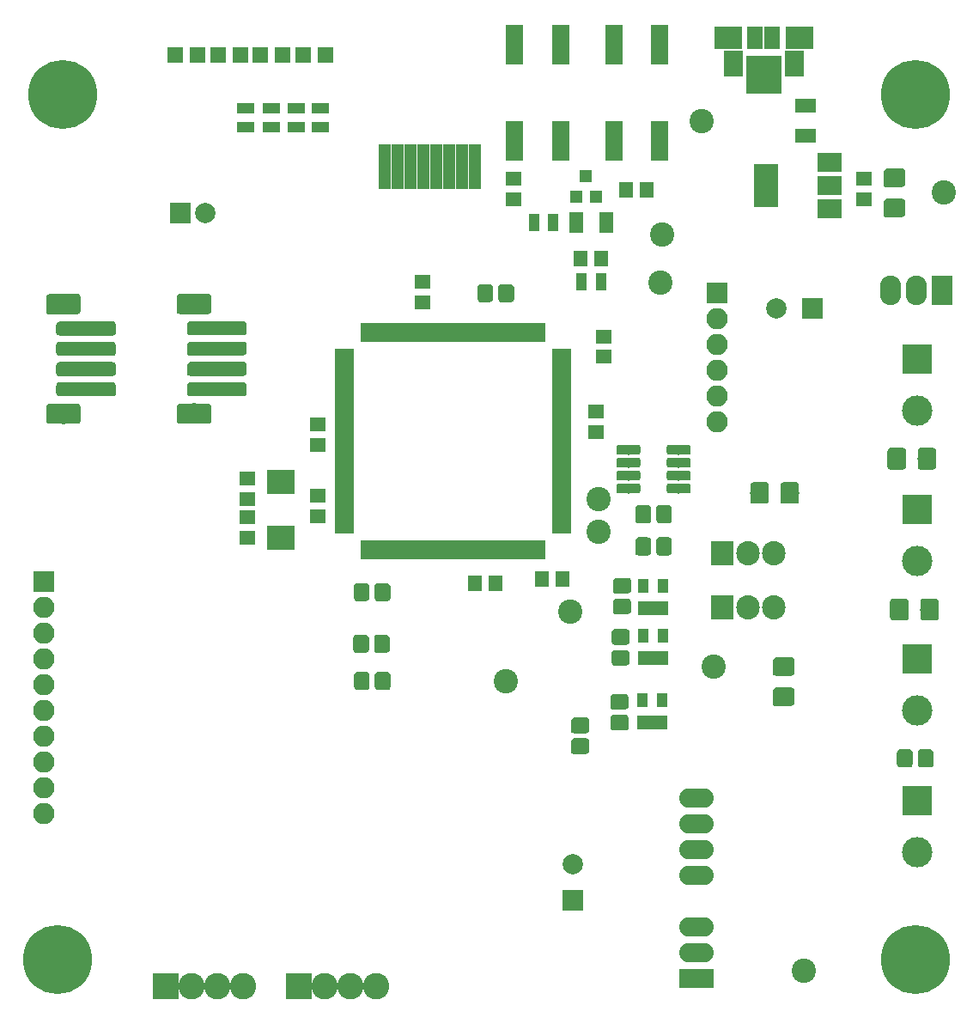
<source format=gbr>
G04 #@! TF.GenerationSoftware,KiCad,Pcbnew,(5.1.0-728-gb5c80fe68)*
G04 #@! TF.CreationDate,2019-05-28T10:59:10+01:00*
G04 #@! TF.ProjectId,garden,67617264-656e-42e6-9b69-6361645f7063,rev?*
G04 #@! TF.SameCoordinates,Original*
G04 #@! TF.FileFunction,Soldermask,Top*
G04 #@! TF.FilePolarity,Negative*
%FSLAX46Y46*%
G04 Gerber Fmt 4.6, Leading zero omitted, Abs format (unit mm)*
G04 Created by KiCad (PCBNEW (5.1.0-728-gb5c80fe68)) date 2019-05-28 10:59:10*
%MOMM*%
%LPD*%
G04 APERTURE LIST*
%ADD10C,2.400000*%
%ADD11C,0.100000*%
%ADD12C,1.825000*%
%ADD13C,2.000000*%
%ADD14R,2.000000X2.000000*%
%ADD15O,2.100000X2.100000*%
%ADD16R,2.100000X2.100000*%
%ADD17C,2.600000*%
%ADD18R,2.600000X2.600000*%
%ADD19C,1.550000*%
%ADD20C,1.400000*%
%ADD21R,1.050000X1.460000*%
%ADD22O,3.400000X1.900000*%
%ADD23R,3.400000X1.900000*%
%ADD24C,3.000000*%
%ADD25R,3.000000X3.000000*%
%ADD26O,2.305000X2.400000*%
%ADD27R,2.305000X2.400000*%
%ADD28C,1.000000*%
%ADD29O,2.100000X2.900000*%
%ADD30R,2.100000X2.900000*%
%ADD31C,6.800000*%
%ADD32R,2.800000X2.400000*%
%ADD33R,1.200000X1.300000*%
%ADD34R,0.700000X1.950000*%
%ADD35R,1.950000X0.700000*%
%ADD36R,1.580000X2.300000*%
%ADD37R,2.780000X2.300000*%
%ADD38R,1.880000X2.500000*%
%ADD39R,0.850000X3.780000*%
%ADD40R,1.200000X4.400000*%
%ADD41R,2.000000X1.400000*%
%ADD42R,1.400000X2.000000*%
%ADD43R,1.100000X1.700000*%
%ADD44R,1.400000X1.650000*%
%ADD45R,1.650000X1.400000*%
%ADD46R,1.800000X3.900000*%
%ADD47R,1.600000X1.600000*%
%ADD48R,1.700000X1.100000*%
%ADD49R,2.400000X1.900000*%
%ADD50R,2.400000X4.200000*%
G04 APERTURE END LIST*
D10*
X107442000Y-114427000D03*
X113792000Y-107569000D03*
X127889000Y-113030000D03*
X126746000Y-59245500D03*
X150558500Y-66294000D03*
X122618500Y-75120500D03*
X122809000Y-70421500D03*
X136779000Y-143002000D03*
X116522500Y-99695000D03*
X116522500Y-96520000D03*
D11*
G36*
X135674831Y-115084809D02*
G01*
X135771129Y-115140407D01*
X135842605Y-115225588D01*
X135885500Y-115385676D01*
X135885500Y-116570324D01*
X135866191Y-116679831D01*
X135810593Y-116776129D01*
X135725412Y-116847605D01*
X135565324Y-116890500D01*
X134055676Y-116890500D01*
X133946169Y-116871191D01*
X133849871Y-116815593D01*
X133778395Y-116730412D01*
X133735500Y-116570324D01*
X133735500Y-115385676D01*
X133754809Y-115276169D01*
X133810407Y-115179871D01*
X133895588Y-115108395D01*
X134055676Y-115065500D01*
X135565324Y-115065500D01*
X135674831Y-115084809D01*
X135674831Y-115084809D01*
G37*
D12*
X134810500Y-115978000D03*
D11*
G36*
X135674831Y-112109809D02*
G01*
X135771129Y-112165407D01*
X135842605Y-112250588D01*
X135885500Y-112410676D01*
X135885500Y-113595324D01*
X135866191Y-113704831D01*
X135810593Y-113801129D01*
X135725412Y-113872605D01*
X135565324Y-113915500D01*
X134055676Y-113915500D01*
X133946169Y-113896191D01*
X133849871Y-113840593D01*
X133778395Y-113755412D01*
X133735500Y-113595324D01*
X133735500Y-112410676D01*
X133754809Y-112301169D01*
X133810407Y-112204871D01*
X133895588Y-112133395D01*
X134055676Y-112090500D01*
X135565324Y-112090500D01*
X135674831Y-112109809D01*
X135674831Y-112109809D01*
G37*
D12*
X134810500Y-113003000D03*
D11*
G36*
X136110831Y-94829309D02*
G01*
X136207129Y-94884907D01*
X136278605Y-94970088D01*
X136321500Y-95130176D01*
X136321500Y-96639824D01*
X136302191Y-96749331D01*
X136246593Y-96845629D01*
X136161412Y-96917105D01*
X136001324Y-96960000D01*
X134816676Y-96960000D01*
X134707169Y-96940691D01*
X134610871Y-96885093D01*
X134539395Y-96799912D01*
X134496500Y-96639824D01*
X134496500Y-95130176D01*
X134515809Y-95020669D01*
X134571407Y-94924371D01*
X134656588Y-94852895D01*
X134816676Y-94810000D01*
X136001324Y-94810000D01*
X136110831Y-94829309D01*
X136110831Y-94829309D01*
G37*
D12*
X135409000Y-95885000D03*
D11*
G36*
X133135831Y-94829309D02*
G01*
X133232129Y-94884907D01*
X133303605Y-94970088D01*
X133346500Y-95130176D01*
X133346500Y-96639824D01*
X133327191Y-96749331D01*
X133271593Y-96845629D01*
X133186412Y-96917105D01*
X133026324Y-96960000D01*
X131841676Y-96960000D01*
X131732169Y-96940691D01*
X131635871Y-96885093D01*
X131564395Y-96799912D01*
X131521500Y-96639824D01*
X131521500Y-95130176D01*
X131540809Y-95020669D01*
X131596407Y-94924371D01*
X131681588Y-94852895D01*
X131841676Y-94810000D01*
X133026324Y-94810000D01*
X133135831Y-94829309D01*
X133135831Y-94829309D01*
G37*
D12*
X132434000Y-95885000D03*
D13*
X77811000Y-68326000D03*
D14*
X75311000Y-68326000D03*
D13*
X114046000Y-132517000D03*
D14*
X114046000Y-136017000D03*
D13*
X134104500Y-77660500D03*
D14*
X137604500Y-77660500D03*
D15*
X61849000Y-127444500D03*
X61849000Y-124904500D03*
X61849000Y-122364500D03*
X61849000Y-119824500D03*
X61849000Y-117284500D03*
X61849000Y-114744500D03*
X61849000Y-112204500D03*
X61849000Y-109664500D03*
X61849000Y-107124500D03*
D16*
X61849000Y-104584500D03*
D17*
X94615000Y-144526000D03*
X92075000Y-144526000D03*
X89535000Y-144526000D03*
D18*
X86995000Y-144526000D03*
D11*
G36*
X95812290Y-113547321D02*
G01*
X95913635Y-113605833D01*
X95988856Y-113695478D01*
X96034000Y-113863956D01*
X96034000Y-114990044D01*
X96013679Y-115105290D01*
X95955167Y-115206635D01*
X95865522Y-115281856D01*
X95697044Y-115327000D01*
X94820956Y-115327000D01*
X94705710Y-115306679D01*
X94604365Y-115248167D01*
X94529144Y-115158522D01*
X94484000Y-114990044D01*
X94484000Y-113863956D01*
X94504321Y-113748710D01*
X94562833Y-113647365D01*
X94652478Y-113572144D01*
X94820956Y-113527000D01*
X95697044Y-113527000D01*
X95812290Y-113547321D01*
X95812290Y-113547321D01*
G37*
D19*
X95259000Y-114427000D03*
D11*
G36*
X93762290Y-113547321D02*
G01*
X93863635Y-113605833D01*
X93938856Y-113695478D01*
X93984000Y-113863956D01*
X93984000Y-114990044D01*
X93963679Y-115105290D01*
X93905167Y-115206635D01*
X93815522Y-115281856D01*
X93647044Y-115327000D01*
X92770956Y-115327000D01*
X92655710Y-115306679D01*
X92554365Y-115248167D01*
X92479144Y-115158522D01*
X92434000Y-114990044D01*
X92434000Y-113863956D01*
X92454321Y-113748710D01*
X92512833Y-113647365D01*
X92602478Y-113572144D01*
X92770956Y-113527000D01*
X93647044Y-113527000D01*
X93762290Y-113547321D01*
X93762290Y-113547321D01*
G37*
D19*
X93209000Y-114427000D03*
D11*
G36*
X95748790Y-109864321D02*
G01*
X95850135Y-109922833D01*
X95925356Y-110012478D01*
X95970500Y-110180956D01*
X95970500Y-111307044D01*
X95950179Y-111422290D01*
X95891667Y-111523635D01*
X95802022Y-111598856D01*
X95633544Y-111644000D01*
X94757456Y-111644000D01*
X94642210Y-111623679D01*
X94540865Y-111565167D01*
X94465644Y-111475522D01*
X94420500Y-111307044D01*
X94420500Y-110180956D01*
X94440821Y-110065710D01*
X94499333Y-109964365D01*
X94588978Y-109889144D01*
X94757456Y-109844000D01*
X95633544Y-109844000D01*
X95748790Y-109864321D01*
X95748790Y-109864321D01*
G37*
D19*
X95195500Y-110744000D03*
D11*
G36*
X93698790Y-109864321D02*
G01*
X93800135Y-109922833D01*
X93875356Y-110012478D01*
X93920500Y-110180956D01*
X93920500Y-111307044D01*
X93900179Y-111422290D01*
X93841667Y-111523635D01*
X93752022Y-111598856D01*
X93583544Y-111644000D01*
X92707456Y-111644000D01*
X92592210Y-111623679D01*
X92490865Y-111565167D01*
X92415644Y-111475522D01*
X92370500Y-111307044D01*
X92370500Y-110180956D01*
X92390821Y-110065710D01*
X92449333Y-109964365D01*
X92538978Y-109889144D01*
X92707456Y-109844000D01*
X93583544Y-109844000D01*
X93698790Y-109864321D01*
X93698790Y-109864321D01*
G37*
D19*
X93145500Y-110744000D03*
D17*
X81534000Y-144526000D03*
X78994000Y-144526000D03*
X76454000Y-144526000D03*
D18*
X73914000Y-144526000D03*
D11*
G36*
X65282388Y-76298102D02*
G01*
X65380030Y-76358560D01*
X65449239Y-76450207D01*
X65482000Y-76589500D01*
X65482000Y-77964500D01*
X65460898Y-78077388D01*
X65400440Y-78175030D01*
X65308793Y-78244239D01*
X65169500Y-78277000D01*
X62394500Y-78277000D01*
X62281612Y-78255898D01*
X62183970Y-78195440D01*
X62114761Y-78103793D01*
X62082000Y-77964500D01*
X62082000Y-76589500D01*
X62103102Y-76476612D01*
X62163560Y-76378970D01*
X62255207Y-76309761D01*
X62394500Y-76277000D01*
X65169500Y-76277000D01*
X65282388Y-76298102D01*
X65282388Y-76298102D01*
G37*
D13*
X63782000Y-77277000D03*
D11*
G36*
X65282388Y-87098102D02*
G01*
X65380030Y-87158560D01*
X65449239Y-87250207D01*
X65482000Y-87389500D01*
X65482000Y-88764500D01*
X65460898Y-88877388D01*
X65400440Y-88975030D01*
X65308793Y-89044239D01*
X65169500Y-89077000D01*
X62394500Y-89077000D01*
X62281612Y-89055898D01*
X62183970Y-88995440D01*
X62114761Y-88903793D01*
X62082000Y-88764500D01*
X62082000Y-87389500D01*
X62103102Y-87276612D01*
X62163560Y-87178970D01*
X62255207Y-87109761D01*
X62394500Y-87077000D01*
X65169500Y-87077000D01*
X65282388Y-87098102D01*
X65282388Y-87098102D01*
G37*
D13*
X63782000Y-88077000D03*
D11*
G36*
X68751707Y-78998108D02*
G01*
X68856976Y-79058884D01*
X68935109Y-79152000D01*
X68982000Y-79327000D01*
X68982000Y-80027000D01*
X68960892Y-80146707D01*
X68900116Y-80251976D01*
X68807000Y-80330109D01*
X68632000Y-80377000D01*
X63432000Y-80377000D01*
X63312293Y-80355892D01*
X63207024Y-80295116D01*
X63128891Y-80202000D01*
X63082000Y-80027000D01*
X63082000Y-79327000D01*
X63103108Y-79207293D01*
X63163884Y-79102024D01*
X63257000Y-79023891D01*
X63432000Y-78977000D01*
X68632000Y-78977000D01*
X68751707Y-78998108D01*
X68751707Y-78998108D01*
G37*
D20*
X66032000Y-79677000D03*
D11*
G36*
X68751707Y-80998108D02*
G01*
X68856976Y-81058884D01*
X68935109Y-81152000D01*
X68982000Y-81327000D01*
X68982000Y-82027000D01*
X68960892Y-82146707D01*
X68900116Y-82251976D01*
X68807000Y-82330109D01*
X68632000Y-82377000D01*
X63432000Y-82377000D01*
X63312293Y-82355892D01*
X63207024Y-82295116D01*
X63128891Y-82202000D01*
X63082000Y-82027000D01*
X63082000Y-81327000D01*
X63103108Y-81207293D01*
X63163884Y-81102024D01*
X63257000Y-81023891D01*
X63432000Y-80977000D01*
X68632000Y-80977000D01*
X68751707Y-80998108D01*
X68751707Y-80998108D01*
G37*
D20*
X66032000Y-81677000D03*
D11*
G36*
X68751707Y-82998108D02*
G01*
X68856976Y-83058884D01*
X68935109Y-83152000D01*
X68982000Y-83327000D01*
X68982000Y-84027000D01*
X68960892Y-84146707D01*
X68900116Y-84251976D01*
X68807000Y-84330109D01*
X68632000Y-84377000D01*
X63432000Y-84377000D01*
X63312293Y-84355892D01*
X63207024Y-84295116D01*
X63128891Y-84202000D01*
X63082000Y-84027000D01*
X63082000Y-83327000D01*
X63103108Y-83207293D01*
X63163884Y-83102024D01*
X63257000Y-83023891D01*
X63432000Y-82977000D01*
X68632000Y-82977000D01*
X68751707Y-82998108D01*
X68751707Y-82998108D01*
G37*
D20*
X66032000Y-83677000D03*
D11*
G36*
X68751707Y-84998108D02*
G01*
X68856976Y-85058884D01*
X68935109Y-85152000D01*
X68982000Y-85327000D01*
X68982000Y-86027000D01*
X68960892Y-86146707D01*
X68900116Y-86251976D01*
X68807000Y-86330109D01*
X68632000Y-86377000D01*
X63432000Y-86377000D01*
X63312293Y-86355892D01*
X63207024Y-86295116D01*
X63128891Y-86202000D01*
X63082000Y-86027000D01*
X63082000Y-85327000D01*
X63103108Y-85207293D01*
X63163884Y-85102024D01*
X63257000Y-85023891D01*
X63432000Y-84977000D01*
X68632000Y-84977000D01*
X68751707Y-84998108D01*
X68751707Y-84998108D01*
G37*
D20*
X66032000Y-85677000D03*
D11*
G36*
X78180888Y-76282602D02*
G01*
X78278530Y-76343060D01*
X78347739Y-76434707D01*
X78380500Y-76574000D01*
X78380500Y-77949000D01*
X78359398Y-78061888D01*
X78298940Y-78159530D01*
X78207293Y-78228739D01*
X78068000Y-78261500D01*
X75293000Y-78261500D01*
X75180112Y-78240398D01*
X75082470Y-78179940D01*
X75013261Y-78088293D01*
X74980500Y-77949000D01*
X74980500Y-76574000D01*
X75001602Y-76461112D01*
X75062060Y-76363470D01*
X75153707Y-76294261D01*
X75293000Y-76261500D01*
X78068000Y-76261500D01*
X78180888Y-76282602D01*
X78180888Y-76282602D01*
G37*
D13*
X76680500Y-77261500D03*
D11*
G36*
X78180888Y-87082602D02*
G01*
X78278530Y-87143060D01*
X78347739Y-87234707D01*
X78380500Y-87374000D01*
X78380500Y-88749000D01*
X78359398Y-88861888D01*
X78298940Y-88959530D01*
X78207293Y-89028739D01*
X78068000Y-89061500D01*
X75293000Y-89061500D01*
X75180112Y-89040398D01*
X75082470Y-88979940D01*
X75013261Y-88888293D01*
X74980500Y-88749000D01*
X74980500Y-87374000D01*
X75001602Y-87261112D01*
X75062060Y-87163470D01*
X75153707Y-87094261D01*
X75293000Y-87061500D01*
X78068000Y-87061500D01*
X78180888Y-87082602D01*
X78180888Y-87082602D01*
G37*
D13*
X76680500Y-88061500D03*
D11*
G36*
X81650207Y-78982608D02*
G01*
X81755476Y-79043384D01*
X81833609Y-79136500D01*
X81880500Y-79311500D01*
X81880500Y-80011500D01*
X81859392Y-80131207D01*
X81798616Y-80236476D01*
X81705500Y-80314609D01*
X81530500Y-80361500D01*
X76330500Y-80361500D01*
X76210793Y-80340392D01*
X76105524Y-80279616D01*
X76027391Y-80186500D01*
X75980500Y-80011500D01*
X75980500Y-79311500D01*
X76001608Y-79191793D01*
X76062384Y-79086524D01*
X76155500Y-79008391D01*
X76330500Y-78961500D01*
X81530500Y-78961500D01*
X81650207Y-78982608D01*
X81650207Y-78982608D01*
G37*
D20*
X78930500Y-79661500D03*
D11*
G36*
X81650207Y-80982608D02*
G01*
X81755476Y-81043384D01*
X81833609Y-81136500D01*
X81880500Y-81311500D01*
X81880500Y-82011500D01*
X81859392Y-82131207D01*
X81798616Y-82236476D01*
X81705500Y-82314609D01*
X81530500Y-82361500D01*
X76330500Y-82361500D01*
X76210793Y-82340392D01*
X76105524Y-82279616D01*
X76027391Y-82186500D01*
X75980500Y-82011500D01*
X75980500Y-81311500D01*
X76001608Y-81191793D01*
X76062384Y-81086524D01*
X76155500Y-81008391D01*
X76330500Y-80961500D01*
X81530500Y-80961500D01*
X81650207Y-80982608D01*
X81650207Y-80982608D01*
G37*
D20*
X78930500Y-81661500D03*
D11*
G36*
X81650207Y-82982608D02*
G01*
X81755476Y-83043384D01*
X81833609Y-83136500D01*
X81880500Y-83311500D01*
X81880500Y-84011500D01*
X81859392Y-84131207D01*
X81798616Y-84236476D01*
X81705500Y-84314609D01*
X81530500Y-84361500D01*
X76330500Y-84361500D01*
X76210793Y-84340392D01*
X76105524Y-84279616D01*
X76027391Y-84186500D01*
X75980500Y-84011500D01*
X75980500Y-83311500D01*
X76001608Y-83191793D01*
X76062384Y-83086524D01*
X76155500Y-83008391D01*
X76330500Y-82961500D01*
X81530500Y-82961500D01*
X81650207Y-82982608D01*
X81650207Y-82982608D01*
G37*
D20*
X78930500Y-83661500D03*
D11*
G36*
X81650207Y-84982608D02*
G01*
X81755476Y-85043384D01*
X81833609Y-85136500D01*
X81880500Y-85311500D01*
X81880500Y-86011500D01*
X81859392Y-86131207D01*
X81798616Y-86236476D01*
X81705500Y-86314609D01*
X81530500Y-86361500D01*
X76330500Y-86361500D01*
X76210793Y-86340392D01*
X76105524Y-86279616D01*
X76027391Y-86186500D01*
X75980500Y-86011500D01*
X75980500Y-85311500D01*
X76001608Y-85191793D01*
X76062384Y-85086524D01*
X76155500Y-85008391D01*
X76330500Y-84961500D01*
X81530500Y-84961500D01*
X81650207Y-84982608D01*
X81650207Y-84982608D01*
G37*
D20*
X78930500Y-85661500D03*
D21*
X120909000Y-116332000D03*
X122809000Y-116332000D03*
X122809000Y-118532000D03*
X121859000Y-118532000D03*
X120909000Y-118532000D03*
D22*
X126174500Y-125920500D03*
X126174500Y-128460500D03*
X126174500Y-138620500D03*
X126174500Y-131000500D03*
X126174500Y-133540500D03*
X126174500Y-141160500D03*
D23*
X126174500Y-143700500D03*
D11*
G36*
X147292790Y-121167321D02*
G01*
X147394135Y-121225833D01*
X147469356Y-121315478D01*
X147514500Y-121483956D01*
X147514500Y-122610044D01*
X147494179Y-122725290D01*
X147435667Y-122826635D01*
X147346022Y-122901856D01*
X147177544Y-122947000D01*
X146301456Y-122947000D01*
X146186210Y-122926679D01*
X146084865Y-122868167D01*
X146009644Y-122778522D01*
X145964500Y-122610044D01*
X145964500Y-121483956D01*
X145984821Y-121368710D01*
X146043333Y-121267365D01*
X146132978Y-121192144D01*
X146301456Y-121147000D01*
X147177544Y-121147000D01*
X147292790Y-121167321D01*
X147292790Y-121167321D01*
G37*
D19*
X146739500Y-122047000D03*
D11*
G36*
X149342790Y-121167321D02*
G01*
X149444135Y-121225833D01*
X149519356Y-121315478D01*
X149564500Y-121483956D01*
X149564500Y-122610044D01*
X149544179Y-122725290D01*
X149485667Y-122826635D01*
X149396022Y-122901856D01*
X149227544Y-122947000D01*
X148351456Y-122947000D01*
X148236210Y-122926679D01*
X148134865Y-122868167D01*
X148059644Y-122778522D01*
X148014500Y-122610044D01*
X148014500Y-121483956D01*
X148034821Y-121368710D01*
X148093333Y-121267365D01*
X148182978Y-121192144D01*
X148351456Y-121147000D01*
X149227544Y-121147000D01*
X149342790Y-121167321D01*
X149342790Y-121167321D01*
G37*
D19*
X148789500Y-122047000D03*
D11*
G36*
X115422790Y-118044821D02*
G01*
X115524135Y-118103333D01*
X115599356Y-118192978D01*
X115644500Y-118361456D01*
X115644500Y-119237544D01*
X115624179Y-119352790D01*
X115565667Y-119454135D01*
X115476022Y-119529356D01*
X115307544Y-119574500D01*
X114181456Y-119574500D01*
X114066210Y-119554179D01*
X113964865Y-119495667D01*
X113889644Y-119406022D01*
X113844500Y-119237544D01*
X113844500Y-118361456D01*
X113864821Y-118246210D01*
X113923333Y-118144865D01*
X114012978Y-118069644D01*
X114181456Y-118024500D01*
X115307544Y-118024500D01*
X115422790Y-118044821D01*
X115422790Y-118044821D01*
G37*
D19*
X114744500Y-118799500D03*
D11*
G36*
X115422790Y-120094821D02*
G01*
X115524135Y-120153333D01*
X115599356Y-120242978D01*
X115644500Y-120411456D01*
X115644500Y-121287544D01*
X115624179Y-121402790D01*
X115565667Y-121504135D01*
X115476022Y-121579356D01*
X115307544Y-121624500D01*
X114181456Y-121624500D01*
X114066210Y-121604179D01*
X113964865Y-121545667D01*
X113889644Y-121456022D01*
X113844500Y-121287544D01*
X113844500Y-120411456D01*
X113864821Y-120296210D01*
X113923333Y-120194865D01*
X114012978Y-120119644D01*
X114181456Y-120074500D01*
X115307544Y-120074500D01*
X115422790Y-120094821D01*
X115422790Y-120094821D01*
G37*
D19*
X114744500Y-120849500D03*
D24*
X147955000Y-131318000D03*
D25*
X147955000Y-126238000D03*
D11*
G36*
X119296290Y-117754321D02*
G01*
X119397635Y-117812833D01*
X119472856Y-117902478D01*
X119518000Y-118070956D01*
X119518000Y-118947044D01*
X119497679Y-119062290D01*
X119439167Y-119163635D01*
X119349522Y-119238856D01*
X119181044Y-119284000D01*
X118054956Y-119284000D01*
X117939710Y-119263679D01*
X117838365Y-119205167D01*
X117763144Y-119115522D01*
X117718000Y-118947044D01*
X117718000Y-118070956D01*
X117738321Y-117955710D01*
X117796833Y-117854365D01*
X117886478Y-117779144D01*
X118054956Y-117734000D01*
X119181044Y-117734000D01*
X119296290Y-117754321D01*
X119296290Y-117754321D01*
G37*
D19*
X118618000Y-118509000D03*
D11*
G36*
X119296290Y-115704321D02*
G01*
X119397635Y-115762833D01*
X119472856Y-115852478D01*
X119518000Y-116020956D01*
X119518000Y-116897044D01*
X119497679Y-117012290D01*
X119439167Y-117113635D01*
X119349522Y-117188856D01*
X119181044Y-117234000D01*
X118054956Y-117234000D01*
X117939710Y-117213679D01*
X117838365Y-117155167D01*
X117763144Y-117065522D01*
X117718000Y-116897044D01*
X117718000Y-116020956D01*
X117738321Y-115905710D01*
X117796833Y-115804365D01*
X117886478Y-115729144D01*
X118054956Y-115684000D01*
X119181044Y-115684000D01*
X119296290Y-115704321D01*
X119296290Y-115704321D01*
G37*
D19*
X118618000Y-116459000D03*
D11*
G36*
X149890331Y-106322809D02*
G01*
X149986629Y-106378407D01*
X150058105Y-106463588D01*
X150101000Y-106623676D01*
X150101000Y-108133324D01*
X150081691Y-108242831D01*
X150026093Y-108339129D01*
X149940912Y-108410605D01*
X149780824Y-108453500D01*
X148596176Y-108453500D01*
X148486669Y-108434191D01*
X148390371Y-108378593D01*
X148318895Y-108293412D01*
X148276000Y-108133324D01*
X148276000Y-106623676D01*
X148295309Y-106514169D01*
X148350907Y-106417871D01*
X148436088Y-106346395D01*
X148596176Y-106303500D01*
X149780824Y-106303500D01*
X149890331Y-106322809D01*
X149890331Y-106322809D01*
G37*
D12*
X149188500Y-107378500D03*
D11*
G36*
X146915331Y-106322809D02*
G01*
X147011629Y-106378407D01*
X147083105Y-106463588D01*
X147126000Y-106623676D01*
X147126000Y-108133324D01*
X147106691Y-108242831D01*
X147051093Y-108339129D01*
X146965912Y-108410605D01*
X146805824Y-108453500D01*
X145621176Y-108453500D01*
X145511669Y-108434191D01*
X145415371Y-108378593D01*
X145343895Y-108293412D01*
X145301000Y-108133324D01*
X145301000Y-106623676D01*
X145320309Y-106514169D01*
X145375907Y-106417871D01*
X145461088Y-106346395D01*
X145621176Y-106303500D01*
X146805824Y-106303500D01*
X146915331Y-106322809D01*
X146915331Y-106322809D01*
G37*
D12*
X146213500Y-107378500D03*
D11*
G36*
X149636331Y-91463809D02*
G01*
X149732629Y-91519407D01*
X149804105Y-91604588D01*
X149847000Y-91764676D01*
X149847000Y-93274324D01*
X149827691Y-93383831D01*
X149772093Y-93480129D01*
X149686912Y-93551605D01*
X149526824Y-93594500D01*
X148342176Y-93594500D01*
X148232669Y-93575191D01*
X148136371Y-93519593D01*
X148064895Y-93434412D01*
X148022000Y-93274324D01*
X148022000Y-91764676D01*
X148041309Y-91655169D01*
X148096907Y-91558871D01*
X148182088Y-91487395D01*
X148342176Y-91444500D01*
X149526824Y-91444500D01*
X149636331Y-91463809D01*
X149636331Y-91463809D01*
G37*
D12*
X148934500Y-92519500D03*
D11*
G36*
X146661331Y-91463809D02*
G01*
X146757629Y-91519407D01*
X146829105Y-91604588D01*
X146872000Y-91764676D01*
X146872000Y-93274324D01*
X146852691Y-93383831D01*
X146797093Y-93480129D01*
X146711912Y-93551605D01*
X146551824Y-93594500D01*
X145367176Y-93594500D01*
X145257669Y-93575191D01*
X145161371Y-93519593D01*
X145089895Y-93434412D01*
X145047000Y-93274324D01*
X145047000Y-91764676D01*
X145066309Y-91655169D01*
X145121907Y-91558871D01*
X145207088Y-91487395D01*
X145367176Y-91444500D01*
X146551824Y-91444500D01*
X146661331Y-91463809D01*
X146661331Y-91463809D01*
G37*
D12*
X145959500Y-92519500D03*
D11*
G36*
X119423290Y-111386321D02*
G01*
X119524635Y-111444833D01*
X119599856Y-111534478D01*
X119645000Y-111702956D01*
X119645000Y-112579044D01*
X119624679Y-112694290D01*
X119566167Y-112795635D01*
X119476522Y-112870856D01*
X119308044Y-112916000D01*
X118181956Y-112916000D01*
X118066710Y-112895679D01*
X117965365Y-112837167D01*
X117890144Y-112747522D01*
X117845000Y-112579044D01*
X117845000Y-111702956D01*
X117865321Y-111587710D01*
X117923833Y-111486365D01*
X118013478Y-111411144D01*
X118181956Y-111366000D01*
X119308044Y-111366000D01*
X119423290Y-111386321D01*
X119423290Y-111386321D01*
G37*
D19*
X118745000Y-112141000D03*
D11*
G36*
X119423290Y-109336321D02*
G01*
X119524635Y-109394833D01*
X119599856Y-109484478D01*
X119645000Y-109652956D01*
X119645000Y-110529044D01*
X119624679Y-110644290D01*
X119566167Y-110745635D01*
X119476522Y-110820856D01*
X119308044Y-110866000D01*
X118181956Y-110866000D01*
X118066710Y-110845679D01*
X117965365Y-110787167D01*
X117890144Y-110697522D01*
X117845000Y-110529044D01*
X117845000Y-109652956D01*
X117865321Y-109537710D01*
X117923833Y-109436365D01*
X118013478Y-109361144D01*
X118181956Y-109316000D01*
X119308044Y-109316000D01*
X119423290Y-109336321D01*
X119423290Y-109336321D01*
G37*
D19*
X118745000Y-110091000D03*
D11*
G36*
X119550290Y-106315321D02*
G01*
X119651635Y-106373833D01*
X119726856Y-106463478D01*
X119772000Y-106631956D01*
X119772000Y-107508044D01*
X119751679Y-107623290D01*
X119693167Y-107724635D01*
X119603522Y-107799856D01*
X119435044Y-107845000D01*
X118308956Y-107845000D01*
X118193710Y-107824679D01*
X118092365Y-107766167D01*
X118017144Y-107676522D01*
X117972000Y-107508044D01*
X117972000Y-106631956D01*
X117992321Y-106516710D01*
X118050833Y-106415365D01*
X118140478Y-106340144D01*
X118308956Y-106295000D01*
X119435044Y-106295000D01*
X119550290Y-106315321D01*
X119550290Y-106315321D01*
G37*
D19*
X118872000Y-107070000D03*
D11*
G36*
X119550290Y-104265321D02*
G01*
X119651635Y-104323833D01*
X119726856Y-104413478D01*
X119772000Y-104581956D01*
X119772000Y-105458044D01*
X119751679Y-105573290D01*
X119693167Y-105674635D01*
X119603522Y-105749856D01*
X119435044Y-105795000D01*
X118308956Y-105795000D01*
X118193710Y-105774679D01*
X118092365Y-105716167D01*
X118017144Y-105626522D01*
X117972000Y-105458044D01*
X117972000Y-104581956D01*
X117992321Y-104466710D01*
X118050833Y-104365365D01*
X118140478Y-104290144D01*
X118308956Y-104245000D01*
X119435044Y-104245000D01*
X119550290Y-104265321D01*
X119550290Y-104265321D01*
G37*
D19*
X118872000Y-105020000D03*
D21*
X120970000Y-109961500D03*
X122870000Y-109961500D03*
X122870000Y-112161500D03*
X121920000Y-112161500D03*
X120970000Y-112161500D03*
X120970000Y-105008500D03*
X122870000Y-105008500D03*
X122870000Y-107208500D03*
X121920000Y-107208500D03*
X120970000Y-107208500D03*
D26*
X133794500Y-107124500D03*
X131254500Y-107124500D03*
D27*
X128714500Y-107124500D03*
D24*
X147955000Y-117348000D03*
D25*
X147955000Y-112268000D03*
D24*
X147955000Y-102552500D03*
D25*
X147955000Y-97472500D03*
D26*
X133794500Y-101790500D03*
X131254500Y-101790500D03*
D27*
X128714500Y-101790500D03*
D11*
G36*
X125479171Y-91149530D02*
G01*
X125560277Y-91203723D01*
X125614470Y-91284829D01*
X125633500Y-91380500D01*
X125633500Y-91880500D01*
X125614470Y-91976171D01*
X125560277Y-92057277D01*
X125479171Y-92111470D01*
X125383500Y-92130500D01*
X123533500Y-92130500D01*
X123437829Y-92111470D01*
X123356723Y-92057277D01*
X123302530Y-91976171D01*
X123283500Y-91880500D01*
X123283500Y-91380500D01*
X123302530Y-91284829D01*
X123356723Y-91203723D01*
X123437829Y-91149530D01*
X123533500Y-91130500D01*
X125383500Y-91130500D01*
X125479171Y-91149530D01*
X125479171Y-91149530D01*
G37*
D28*
X124458500Y-91630500D03*
D11*
G36*
X125479171Y-92419530D02*
G01*
X125560277Y-92473723D01*
X125614470Y-92554829D01*
X125633500Y-92650500D01*
X125633500Y-93150500D01*
X125614470Y-93246171D01*
X125560277Y-93327277D01*
X125479171Y-93381470D01*
X125383500Y-93400500D01*
X123533500Y-93400500D01*
X123437829Y-93381470D01*
X123356723Y-93327277D01*
X123302530Y-93246171D01*
X123283500Y-93150500D01*
X123283500Y-92650500D01*
X123302530Y-92554829D01*
X123356723Y-92473723D01*
X123437829Y-92419530D01*
X123533500Y-92400500D01*
X125383500Y-92400500D01*
X125479171Y-92419530D01*
X125479171Y-92419530D01*
G37*
D28*
X124458500Y-92900500D03*
D11*
G36*
X125479171Y-93689530D02*
G01*
X125560277Y-93743723D01*
X125614470Y-93824829D01*
X125633500Y-93920500D01*
X125633500Y-94420500D01*
X125614470Y-94516171D01*
X125560277Y-94597277D01*
X125479171Y-94651470D01*
X125383500Y-94670500D01*
X123533500Y-94670500D01*
X123437829Y-94651470D01*
X123356723Y-94597277D01*
X123302530Y-94516171D01*
X123283500Y-94420500D01*
X123283500Y-93920500D01*
X123302530Y-93824829D01*
X123356723Y-93743723D01*
X123437829Y-93689530D01*
X123533500Y-93670500D01*
X125383500Y-93670500D01*
X125479171Y-93689530D01*
X125479171Y-93689530D01*
G37*
D28*
X124458500Y-94170500D03*
D11*
G36*
X125479171Y-94959530D02*
G01*
X125560277Y-95013723D01*
X125614470Y-95094829D01*
X125633500Y-95190500D01*
X125633500Y-95690500D01*
X125614470Y-95786171D01*
X125560277Y-95867277D01*
X125479171Y-95921470D01*
X125383500Y-95940500D01*
X123533500Y-95940500D01*
X123437829Y-95921470D01*
X123356723Y-95867277D01*
X123302530Y-95786171D01*
X123283500Y-95690500D01*
X123283500Y-95190500D01*
X123302530Y-95094829D01*
X123356723Y-95013723D01*
X123437829Y-94959530D01*
X123533500Y-94940500D01*
X125383500Y-94940500D01*
X125479171Y-94959530D01*
X125479171Y-94959530D01*
G37*
D28*
X124458500Y-95440500D03*
D11*
G36*
X120529171Y-94959530D02*
G01*
X120610277Y-95013723D01*
X120664470Y-95094829D01*
X120683500Y-95190500D01*
X120683500Y-95690500D01*
X120664470Y-95786171D01*
X120610277Y-95867277D01*
X120529171Y-95921470D01*
X120433500Y-95940500D01*
X118583500Y-95940500D01*
X118487829Y-95921470D01*
X118406723Y-95867277D01*
X118352530Y-95786171D01*
X118333500Y-95690500D01*
X118333500Y-95190500D01*
X118352530Y-95094829D01*
X118406723Y-95013723D01*
X118487829Y-94959530D01*
X118583500Y-94940500D01*
X120433500Y-94940500D01*
X120529171Y-94959530D01*
X120529171Y-94959530D01*
G37*
D28*
X119508500Y-95440500D03*
D11*
G36*
X120529171Y-93689530D02*
G01*
X120610277Y-93743723D01*
X120664470Y-93824829D01*
X120683500Y-93920500D01*
X120683500Y-94420500D01*
X120664470Y-94516171D01*
X120610277Y-94597277D01*
X120529171Y-94651470D01*
X120433500Y-94670500D01*
X118583500Y-94670500D01*
X118487829Y-94651470D01*
X118406723Y-94597277D01*
X118352530Y-94516171D01*
X118333500Y-94420500D01*
X118333500Y-93920500D01*
X118352530Y-93824829D01*
X118406723Y-93743723D01*
X118487829Y-93689530D01*
X118583500Y-93670500D01*
X120433500Y-93670500D01*
X120529171Y-93689530D01*
X120529171Y-93689530D01*
G37*
D28*
X119508500Y-94170500D03*
D11*
G36*
X120529171Y-92419530D02*
G01*
X120610277Y-92473723D01*
X120664470Y-92554829D01*
X120683500Y-92650500D01*
X120683500Y-93150500D01*
X120664470Y-93246171D01*
X120610277Y-93327277D01*
X120529171Y-93381470D01*
X120433500Y-93400500D01*
X118583500Y-93400500D01*
X118487829Y-93381470D01*
X118406723Y-93327277D01*
X118352530Y-93246171D01*
X118333500Y-93150500D01*
X118333500Y-92650500D01*
X118352530Y-92554829D01*
X118406723Y-92473723D01*
X118487829Y-92419530D01*
X118583500Y-92400500D01*
X120433500Y-92400500D01*
X120529171Y-92419530D01*
X120529171Y-92419530D01*
G37*
D28*
X119508500Y-92900500D03*
D11*
G36*
X120529171Y-91149530D02*
G01*
X120610277Y-91203723D01*
X120664470Y-91284829D01*
X120683500Y-91380500D01*
X120683500Y-91880500D01*
X120664470Y-91976171D01*
X120610277Y-92057277D01*
X120529171Y-92111470D01*
X120433500Y-92130500D01*
X118583500Y-92130500D01*
X118487829Y-92111470D01*
X118406723Y-92057277D01*
X118352530Y-91976171D01*
X118333500Y-91880500D01*
X118333500Y-91380500D01*
X118352530Y-91284829D01*
X118406723Y-91203723D01*
X118487829Y-91149530D01*
X118583500Y-91130500D01*
X120433500Y-91130500D01*
X120529171Y-91149530D01*
X120529171Y-91149530D01*
G37*
D28*
X119508500Y-91630500D03*
D11*
G36*
X121511790Y-97100821D02*
G01*
X121613135Y-97159333D01*
X121688356Y-97248978D01*
X121733500Y-97417456D01*
X121733500Y-98543544D01*
X121713179Y-98658790D01*
X121654667Y-98760135D01*
X121565022Y-98835356D01*
X121396544Y-98880500D01*
X120520456Y-98880500D01*
X120405210Y-98860179D01*
X120303865Y-98801667D01*
X120228644Y-98712022D01*
X120183500Y-98543544D01*
X120183500Y-97417456D01*
X120203821Y-97302210D01*
X120262333Y-97200865D01*
X120351978Y-97125644D01*
X120520456Y-97080500D01*
X121396544Y-97080500D01*
X121511790Y-97100821D01*
X121511790Y-97100821D01*
G37*
D19*
X120958500Y-97980500D03*
D11*
G36*
X123561790Y-97100821D02*
G01*
X123663135Y-97159333D01*
X123738356Y-97248978D01*
X123783500Y-97417456D01*
X123783500Y-98543544D01*
X123763179Y-98658790D01*
X123704667Y-98760135D01*
X123615022Y-98835356D01*
X123446544Y-98880500D01*
X122570456Y-98880500D01*
X122455210Y-98860179D01*
X122353865Y-98801667D01*
X122278644Y-98712022D01*
X122233500Y-98543544D01*
X122233500Y-97417456D01*
X122253821Y-97302210D01*
X122312333Y-97200865D01*
X122401978Y-97125644D01*
X122570456Y-97080500D01*
X123446544Y-97080500D01*
X123561790Y-97100821D01*
X123561790Y-97100821D01*
G37*
D19*
X123008500Y-97980500D03*
D11*
G36*
X121511790Y-100275821D02*
G01*
X121613135Y-100334333D01*
X121688356Y-100423978D01*
X121733500Y-100592456D01*
X121733500Y-101718544D01*
X121713179Y-101833790D01*
X121654667Y-101935135D01*
X121565022Y-102010356D01*
X121396544Y-102055500D01*
X120520456Y-102055500D01*
X120405210Y-102035179D01*
X120303865Y-101976667D01*
X120228644Y-101887022D01*
X120183500Y-101718544D01*
X120183500Y-100592456D01*
X120203821Y-100477210D01*
X120262333Y-100375865D01*
X120351978Y-100300644D01*
X120520456Y-100255500D01*
X121396544Y-100255500D01*
X121511790Y-100275821D01*
X121511790Y-100275821D01*
G37*
D19*
X120958500Y-101155500D03*
D11*
G36*
X123561790Y-100275821D02*
G01*
X123663135Y-100334333D01*
X123738356Y-100423978D01*
X123783500Y-100592456D01*
X123783500Y-101718544D01*
X123763179Y-101833790D01*
X123704667Y-101935135D01*
X123615022Y-102010356D01*
X123446544Y-102055500D01*
X122570456Y-102055500D01*
X122455210Y-102035179D01*
X122353865Y-101976667D01*
X122278644Y-101887022D01*
X122233500Y-101718544D01*
X122233500Y-100592456D01*
X122253821Y-100477210D01*
X122312333Y-100375865D01*
X122401978Y-100300644D01*
X122570456Y-100255500D01*
X123446544Y-100255500D01*
X123561790Y-100275821D01*
X123561790Y-100275821D01*
G37*
D19*
X123008500Y-101155500D03*
D29*
X145351500Y-75882500D03*
X147891500Y-75882500D03*
D30*
X150431500Y-75882500D03*
D24*
X147955000Y-87757000D03*
D25*
X147955000Y-82677000D03*
D11*
G36*
X146596831Y-66915309D02*
G01*
X146693129Y-66970907D01*
X146764605Y-67056088D01*
X146807500Y-67216176D01*
X146807500Y-68400824D01*
X146788191Y-68510331D01*
X146732593Y-68606629D01*
X146647412Y-68678105D01*
X146487324Y-68721000D01*
X144977676Y-68721000D01*
X144868169Y-68701691D01*
X144771871Y-68646093D01*
X144700395Y-68560912D01*
X144657500Y-68400824D01*
X144657500Y-67216176D01*
X144676809Y-67106669D01*
X144732407Y-67010371D01*
X144817588Y-66938895D01*
X144977676Y-66896000D01*
X146487324Y-66896000D01*
X146596831Y-66915309D01*
X146596831Y-66915309D01*
G37*
D12*
X145732500Y-67808500D03*
D11*
G36*
X146596831Y-63940309D02*
G01*
X146693129Y-63995907D01*
X146764605Y-64081088D01*
X146807500Y-64241176D01*
X146807500Y-65425824D01*
X146788191Y-65535331D01*
X146732593Y-65631629D01*
X146647412Y-65703105D01*
X146487324Y-65746000D01*
X144977676Y-65746000D01*
X144868169Y-65726691D01*
X144771871Y-65671093D01*
X144700395Y-65585912D01*
X144657500Y-65425824D01*
X144657500Y-64241176D01*
X144676809Y-64131669D01*
X144732407Y-64035371D01*
X144817588Y-63963895D01*
X144977676Y-63921000D01*
X146487324Y-63921000D01*
X146596831Y-63940309D01*
X146596831Y-63940309D01*
G37*
D12*
X145732500Y-64833500D03*
D31*
X63246000Y-141859000D03*
X147828000Y-141859000D03*
X147828000Y-56642000D03*
X63754000Y-56642000D03*
D11*
G36*
X108004290Y-75320321D02*
G01*
X108105635Y-75378833D01*
X108180856Y-75468478D01*
X108226000Y-75636956D01*
X108226000Y-76763044D01*
X108205679Y-76878290D01*
X108147167Y-76979635D01*
X108057522Y-77054856D01*
X107889044Y-77100000D01*
X107012956Y-77100000D01*
X106897710Y-77079679D01*
X106796365Y-77021167D01*
X106721144Y-76931522D01*
X106676000Y-76763044D01*
X106676000Y-75636956D01*
X106696321Y-75521710D01*
X106754833Y-75420365D01*
X106844478Y-75345144D01*
X107012956Y-75300000D01*
X107889044Y-75300000D01*
X108004290Y-75320321D01*
X108004290Y-75320321D01*
G37*
D19*
X107451000Y-76200000D03*
D11*
G36*
X105954290Y-75320321D02*
G01*
X106055635Y-75378833D01*
X106130856Y-75468478D01*
X106176000Y-75636956D01*
X106176000Y-76763044D01*
X106155679Y-76878290D01*
X106097167Y-76979635D01*
X106007522Y-77054856D01*
X105839044Y-77100000D01*
X104962956Y-77100000D01*
X104847710Y-77079679D01*
X104746365Y-77021167D01*
X104671144Y-76931522D01*
X104626000Y-76763044D01*
X104626000Y-75636956D01*
X104646321Y-75521710D01*
X104704833Y-75420365D01*
X104794478Y-75345144D01*
X104962956Y-75300000D01*
X105839044Y-75300000D01*
X105954290Y-75320321D01*
X105954290Y-75320321D01*
G37*
D19*
X105401000Y-76200000D03*
D11*
G36*
X93762290Y-104784321D02*
G01*
X93863635Y-104842833D01*
X93938856Y-104932478D01*
X93984000Y-105100956D01*
X93984000Y-106227044D01*
X93963679Y-106342290D01*
X93905167Y-106443635D01*
X93815522Y-106518856D01*
X93647044Y-106564000D01*
X92770956Y-106564000D01*
X92655710Y-106543679D01*
X92554365Y-106485167D01*
X92479144Y-106395522D01*
X92434000Y-106227044D01*
X92434000Y-105100956D01*
X92454321Y-104985710D01*
X92512833Y-104884365D01*
X92602478Y-104809144D01*
X92770956Y-104764000D01*
X93647044Y-104764000D01*
X93762290Y-104784321D01*
X93762290Y-104784321D01*
G37*
D19*
X93209000Y-105664000D03*
D11*
G36*
X95812290Y-104784321D02*
G01*
X95913635Y-104842833D01*
X95988856Y-104932478D01*
X96034000Y-105100956D01*
X96034000Y-106227044D01*
X96013679Y-106342290D01*
X95955167Y-106443635D01*
X95865522Y-106518856D01*
X95697044Y-106564000D01*
X94820956Y-106564000D01*
X94705710Y-106543679D01*
X94604365Y-106485167D01*
X94529144Y-106395522D01*
X94484000Y-106227044D01*
X94484000Y-105100956D01*
X94504321Y-104985710D01*
X94562833Y-104884365D01*
X94652478Y-104809144D01*
X94820956Y-104764000D01*
X95697044Y-104764000D01*
X95812290Y-104784321D01*
X95812290Y-104784321D01*
G37*
D19*
X95259000Y-105664000D03*
D32*
X85217000Y-100298500D03*
X85217000Y-94773500D03*
D33*
X115316000Y-64659000D03*
X116266000Y-66659000D03*
X114366000Y-66659000D03*
D34*
X93485000Y-80105000D03*
X93985000Y-80105000D03*
X94485000Y-80105000D03*
X94985000Y-80105000D03*
X95485000Y-80105000D03*
X95985000Y-80105000D03*
X96485000Y-80105000D03*
X96985000Y-80105000D03*
X97485000Y-80105000D03*
X97985000Y-80105000D03*
X98485000Y-80105000D03*
X98985000Y-80105000D03*
X99485000Y-80105000D03*
X99985000Y-80105000D03*
X100485000Y-80105000D03*
X100985000Y-80105000D03*
X101485000Y-80105000D03*
X101985000Y-80105000D03*
X102485000Y-80105000D03*
X102985000Y-80105000D03*
X103485000Y-80105000D03*
X103985000Y-80105000D03*
X104485000Y-80105000D03*
X104985000Y-80105000D03*
X105485000Y-80105000D03*
X105985000Y-80105000D03*
X106485000Y-80105000D03*
X106985000Y-80105000D03*
X107485000Y-80105000D03*
X107985000Y-80105000D03*
X108485000Y-80105000D03*
X108985000Y-80105000D03*
X109485000Y-80105000D03*
X109985000Y-80105000D03*
X110485000Y-80105000D03*
X110985000Y-80105000D03*
D35*
X112935000Y-82055000D03*
X112935000Y-82555000D03*
X112935000Y-83055000D03*
X112935000Y-83555000D03*
X112935000Y-84055000D03*
X112935000Y-84555000D03*
X112935000Y-85055000D03*
X112935000Y-85555000D03*
X112935000Y-86055000D03*
X112935000Y-86555000D03*
X112935000Y-87055000D03*
X112935000Y-87555000D03*
X112935000Y-88055000D03*
X112935000Y-88555000D03*
X112935000Y-89055000D03*
X112935000Y-89555000D03*
X112935000Y-90055000D03*
X112935000Y-90555000D03*
X112935000Y-91055000D03*
X112935000Y-91555000D03*
X112935000Y-92055000D03*
X112935000Y-92555000D03*
X112935000Y-93055000D03*
X112935000Y-93555000D03*
X112935000Y-94055000D03*
X112935000Y-94555000D03*
X112935000Y-95055000D03*
X112935000Y-95555000D03*
X112935000Y-96055000D03*
X112935000Y-96555000D03*
X112935000Y-97055000D03*
X112935000Y-97555000D03*
X112935000Y-98055000D03*
X112935000Y-98555000D03*
X112935000Y-99055000D03*
X112935000Y-99555000D03*
D34*
X110985000Y-101505000D03*
X110485000Y-101505000D03*
X109985000Y-101505000D03*
X109485000Y-101505000D03*
X108985000Y-101505000D03*
X108485000Y-101505000D03*
X107985000Y-101505000D03*
X107485000Y-101505000D03*
X106985000Y-101505000D03*
X106485000Y-101505000D03*
X105985000Y-101505000D03*
X105485000Y-101505000D03*
X104985000Y-101505000D03*
X104485000Y-101505000D03*
X103985000Y-101505000D03*
X103485000Y-101505000D03*
X102985000Y-101505000D03*
X102485000Y-101505000D03*
X101985000Y-101505000D03*
X101485000Y-101505000D03*
X100985000Y-101505000D03*
X100485000Y-101505000D03*
X99985000Y-101505000D03*
X99485000Y-101505000D03*
X98985000Y-101505000D03*
X98485000Y-101505000D03*
X97985000Y-101505000D03*
X97485000Y-101505000D03*
X96985000Y-101505000D03*
X96485000Y-101505000D03*
X95985000Y-101505000D03*
X95485000Y-101505000D03*
X94985000Y-101505000D03*
X94485000Y-101505000D03*
X93985000Y-101505000D03*
X93485000Y-101505000D03*
D35*
X91535000Y-99555000D03*
X91535000Y-99055000D03*
X91535000Y-98555000D03*
X91535000Y-98055000D03*
X91535000Y-97555000D03*
X91535000Y-97055000D03*
X91535000Y-96555000D03*
X91535000Y-96055000D03*
X91535000Y-95555000D03*
X91535000Y-95055000D03*
X91535000Y-94555000D03*
X91535000Y-94055000D03*
X91535000Y-93555000D03*
X91535000Y-93055000D03*
X91535000Y-92555000D03*
X91535000Y-92055000D03*
X91535000Y-91555000D03*
X91535000Y-91055000D03*
X91535000Y-90555000D03*
X91535000Y-90055000D03*
X91535000Y-89555000D03*
X91535000Y-89055000D03*
X91535000Y-88555000D03*
X91535000Y-88055000D03*
X91535000Y-87555000D03*
X91535000Y-87055000D03*
X91535000Y-86555000D03*
X91535000Y-86055000D03*
X91535000Y-85555000D03*
X91535000Y-85055000D03*
X91535000Y-84555000D03*
X91535000Y-84055000D03*
X91535000Y-83555000D03*
X91535000Y-83055000D03*
X91535000Y-82555000D03*
X91535000Y-82055000D03*
D36*
X132002000Y-50994000D03*
X133682000Y-50994000D03*
D37*
X129342000Y-51074000D03*
X136342000Y-51074000D03*
D38*
X129842000Y-53574000D03*
X135842000Y-53574000D03*
D39*
X131542000Y-54654000D03*
X132192000Y-54654000D03*
X132842000Y-54654000D03*
X133492000Y-54654000D03*
X134142000Y-54654000D03*
D40*
X104330500Y-63754000D03*
X103060500Y-63754000D03*
X101790500Y-63754000D03*
X100520500Y-63754000D03*
X99250500Y-63754000D03*
X97980500Y-63754000D03*
X96710500Y-63754000D03*
X95440500Y-63754000D03*
D41*
X136969500Y-57682000D03*
X136969500Y-60682000D03*
D42*
X117324000Y-69215000D03*
X114324000Y-69215000D03*
D43*
X116774000Y-75057000D03*
X114874000Y-75057000D03*
D44*
X116824000Y-72771000D03*
X114824000Y-72771000D03*
D45*
X81915000Y-96504000D03*
X81915000Y-94504000D03*
X81915000Y-98314000D03*
X81915000Y-100314000D03*
D44*
X113014000Y-104394000D03*
X111014000Y-104394000D03*
D45*
X117094000Y-80470500D03*
X117094000Y-82470500D03*
X142684500Y-66913000D03*
X142684500Y-64913000D03*
X108204000Y-66913000D03*
X108204000Y-64913000D03*
D43*
X112075000Y-69215000D03*
X110175000Y-69215000D03*
D46*
X122590000Y-51678000D03*
X122590000Y-61178000D03*
X118090000Y-51678000D03*
X118090000Y-61178000D03*
X108296000Y-61225000D03*
X108296000Y-51725000D03*
X112796000Y-61225000D03*
X112796000Y-51725000D03*
D45*
X99187000Y-75073000D03*
X99187000Y-77073000D03*
X116332000Y-89900000D03*
X116332000Y-87900000D03*
D44*
X104410000Y-104775000D03*
X106410000Y-104775000D03*
D45*
X88900000Y-89170000D03*
X88900000Y-91170000D03*
X88900000Y-96155000D03*
X88900000Y-98155000D03*
D44*
X121269000Y-66040000D03*
X119269000Y-66040000D03*
D47*
X89619000Y-52705000D03*
X87419000Y-52705000D03*
X85428000Y-52705000D03*
X83228000Y-52705000D03*
X81237000Y-52705000D03*
X79037000Y-52705000D03*
X77046000Y-52705000D03*
X74846000Y-52705000D03*
D48*
X89154000Y-57978000D03*
X89154000Y-59878000D03*
X86741000Y-57978000D03*
X86741000Y-59878000D03*
X84328000Y-57978000D03*
X84328000Y-59878000D03*
X81788000Y-57978000D03*
X81788000Y-59878000D03*
D49*
X139357500Y-67895500D03*
X139357500Y-63295500D03*
X139357500Y-65595500D03*
D50*
X133057500Y-65595500D03*
D16*
X128270000Y-76200000D03*
D15*
X128270000Y-78740000D03*
X128270000Y-81280000D03*
X128270000Y-83820000D03*
X128270000Y-86360000D03*
X128270000Y-88900000D03*
M02*

</source>
